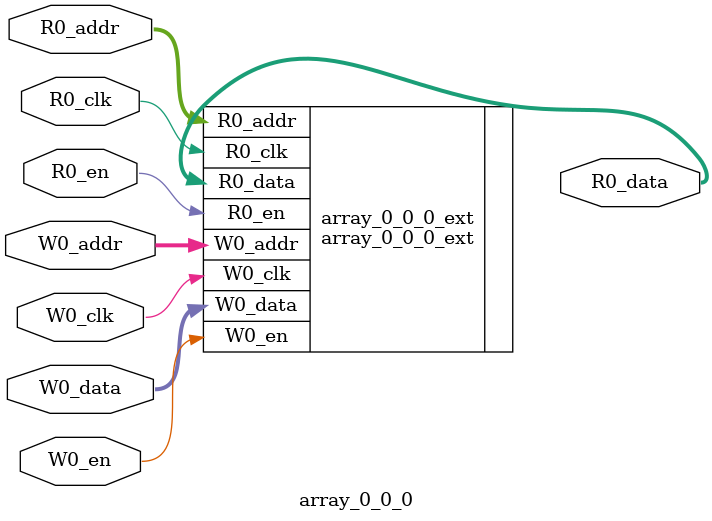
<source format=sv>
`ifndef RANDOMIZE
  `ifdef RANDOMIZE_REG_INIT
    `define RANDOMIZE
  `endif // RANDOMIZE_REG_INIT
`endif // not def RANDOMIZE
`ifndef RANDOMIZE
  `ifdef RANDOMIZE_MEM_INIT
    `define RANDOMIZE
  `endif // RANDOMIZE_MEM_INIT
`endif // not def RANDOMIZE

`ifndef RANDOM
  `define RANDOM $random
`endif // not def RANDOM

// Users can define 'PRINTF_COND' to add an extra gate to prints.
`ifndef PRINTF_COND_
  `ifdef PRINTF_COND
    `define PRINTF_COND_ (`PRINTF_COND)
  `else  // PRINTF_COND
    `define PRINTF_COND_ 1
  `endif // PRINTF_COND
`endif // not def PRINTF_COND_

// Users can define 'ASSERT_VERBOSE_COND' to add an extra gate to assert error printing.
`ifndef ASSERT_VERBOSE_COND_
  `ifdef ASSERT_VERBOSE_COND
    `define ASSERT_VERBOSE_COND_ (`ASSERT_VERBOSE_COND)
  `else  // ASSERT_VERBOSE_COND
    `define ASSERT_VERBOSE_COND_ 1
  `endif // ASSERT_VERBOSE_COND
`endif // not def ASSERT_VERBOSE_COND_

// Users can define 'STOP_COND' to add an extra gate to stop conditions.
`ifndef STOP_COND_
  `ifdef STOP_COND
    `define STOP_COND_ (`STOP_COND)
  `else  // STOP_COND
    `define STOP_COND_ 1
  `endif // STOP_COND
`endif // not def STOP_COND_

// Users can define INIT_RANDOM as general code that gets injected into the
// initializer block for modules with registers.
`ifndef INIT_RANDOM
  `define INIT_RANDOM
`endif // not def INIT_RANDOM

// If using random initialization, you can also define RANDOMIZE_DELAY to
// customize the delay used, otherwise 0.002 is used.
`ifndef RANDOMIZE_DELAY
  `define RANDOMIZE_DELAY 0.002
`endif // not def RANDOMIZE_DELAY

// Define INIT_RANDOM_PROLOG_ for use in our modules below.
`ifndef INIT_RANDOM_PROLOG_
  `ifdef RANDOMIZE
    `ifdef VERILATOR
      `define INIT_RANDOM_PROLOG_ `INIT_RANDOM
    `else  // VERILATOR
      `define INIT_RANDOM_PROLOG_ `INIT_RANDOM #`RANDOMIZE_DELAY begin end
    `endif // VERILATOR
  `else  // RANDOMIZE
    `define INIT_RANDOM_PROLOG_
  `endif // RANDOMIZE
`endif // not def INIT_RANDOM_PROLOG_

module array_0_0_0(	// @[DescribedSRAM.scala:17:26]
  input  [6:0]  R0_addr,
  input         R0_en,
                R0_clk,
  input  [6:0]  W0_addr,
  input         W0_en,
                W0_clk,
  input  [63:0] W0_data,
  output [63:0] R0_data
);

  array_0_0_0_ext array_0_0_0_ext (	// @[DescribedSRAM.scala:17:26]
    .R0_addr (R0_addr),
    .R0_en   (R0_en),
    .R0_clk  (R0_clk),
    .W0_addr (W0_addr),
    .W0_en   (W0_en),
    .W0_clk  (W0_clk),
    .W0_data (W0_data),
    .R0_data (R0_data)
  );
endmodule


</source>
